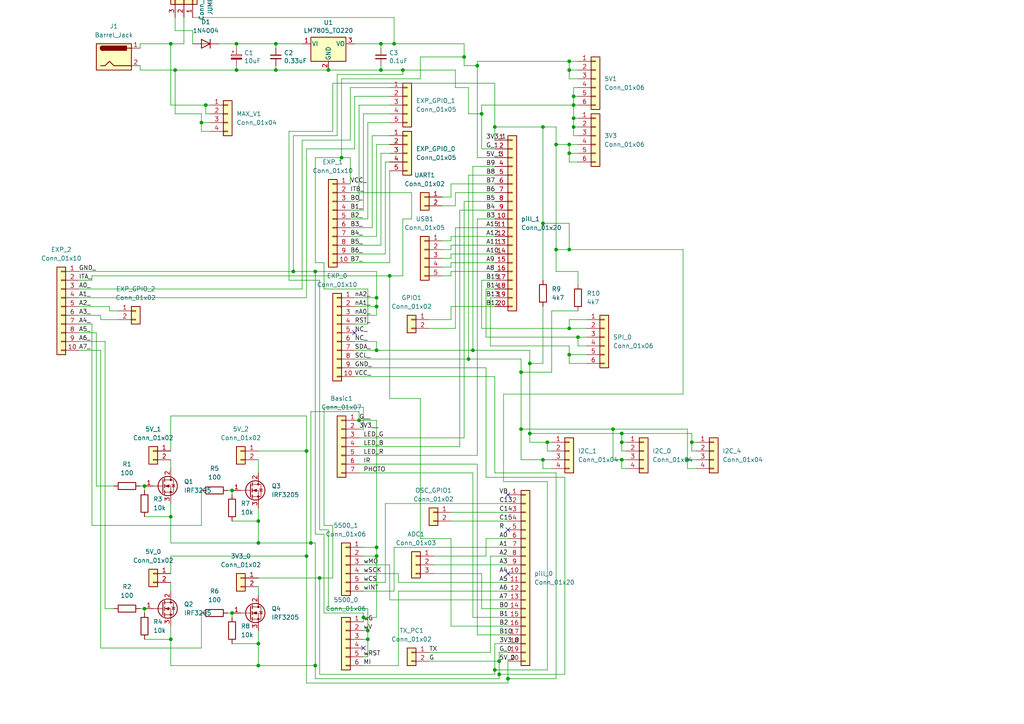
<source format=kicad_sch>
(kicad_sch (version 20211123) (generator eeschema)
  (paper "A4")
  (lib_symbols
    (symbol "Connector:Barrel_Jack" (pin_names (offset 1.016))
      (property "Reference" "J" (at 0 5.334 0))
      (property "Value" "Barrel_Jack" (at 0 -5.08 0))
      (symbol "Barrel_Jack_1_1"
        (pin passive line (at 7.62 2.54 180) (length 2.54) (name "~") (number "1"))
        (pin passive line (at 7.62 -2.54 180) (length 2.54) (name "~") (number "2"))
      )
    )
    (symbol "Connector_Generic:Conn_01x02" (pin_names (offset 1.016) hide)
      (property "Reference" "J" (at 0 2.54 0))
      (property "Value" "Conn_01x02" (at 0 -5.08 0))
      (symbol "Conn_01x02_1_1"
        (pin passive line (at -5.08 0 0) (length 3.81) (name "Pin_1") (number "1"))
        (pin passive line (at -5.08 -2.54 0) (length 3.81) (name "Pin_2") (number "2"))
      )
    )
    (symbol "Connector_Generic:Conn_01x03" (pin_names (offset 1.016) hide)
      (property "Reference" "J" (at 0 5.08 0))
      (property "Value" "Conn_01x03" (at 0 -5.08 0))
      (symbol "Conn_01x03_1_1"
        (pin passive line (at -5.08 2.54 0) (length 3.81) (name "Pin_1") (number "1"))
        (pin passive line (at -5.08 0 0) (length 3.81) (name "Pin_2") (number "2"))
        (pin passive line (at -5.08 -2.54 0) (length 3.81) (name "Pin_3") (number "3"))
      )
    )
    (symbol "Connector_Generic:Conn_01x04" (pin_names (offset 1.016) hide)
      (property "Reference" "J" (at 0 5.08 0))
      (property "Value" "Conn_01x04" (at 0 -7.62 0))
      (symbol "Conn_01x04_1_1"
        (pin passive line (at -5.08 2.54 0) (length 3.81) (name "Pin_1") (number "1"))
        (pin passive line (at -5.08 0 0) (length 3.81) (name "Pin_2") (number "2"))
        (pin passive line (at -5.08 -2.54 0) (length 3.81) (name "Pin_3") (number "3"))
        (pin passive line (at -5.08 -5.08 0) (length 3.81) (name "Pin_4") (number "4"))
      )
    )
    (symbol "Connector_Generic:Conn_01x05" (pin_names (offset 1.016) hide)
      (property "Reference" "J" (at 0 7.62 0))
      (property "Value" "Conn_01x05" (at 0 -7.62 0))
      (symbol "Conn_01x05_1_1"
        (pin passive line (at -5.08 5.08 0) (length 3.81) (name "Pin_1") (number "1"))
        (pin passive line (at -5.08 2.54 0) (length 3.81) (name "Pin_2") (number "2"))
        (pin passive line (at -5.08 0 0) (length 3.81) (name "Pin_3") (number "3"))
        (pin passive line (at -5.08 -2.54 0) (length 3.81) (name "Pin_4") (number "4"))
        (pin passive line (at -5.08 -5.08 0) (length 3.81) (name "Pin_5") (number "5"))
      )
    )
    (symbol "Connector_Generic:Conn_01x06" (pin_names (offset 1.016) hide)
      (property "Reference" "J" (at 0 7.62 0))
      (property "Value" "Conn_01x06" (at 0 -10.16 0))
      (symbol "Conn_01x06_1_1"
        (pin passive line (at -5.08 5.08 0) (length 3.81) (name "Pin_1") (number "1"))
        (pin passive line (at -5.08 2.54 0) (length 3.81) (name "Pin_2") (number "2"))
        (pin passive line (at -5.08 0 0) (length 3.81) (name "Pin_3") (number "3"))
        (pin passive line (at -5.08 -2.54 0) (length 3.81) (name "Pin_4") (number "4"))
        (pin passive line (at -5.08 -5.08 0) (length 3.81) (name "Pin_5") (number "5"))
        (pin passive line (at -5.08 -7.62 0) (length 3.81) (name "Pin_6") (number "6"))
      )
    )
    (symbol "Connector_Generic:Conn_01x07" (pin_names (offset 1.016) hide)
      (property "Reference" "J" (at 0 10.16 0))
      (property "Value" "Conn_01x07" (at 0 -10.16 0))
      (symbol "Conn_01x07_1_1"
        (pin passive line (at -5.08 7.62 0) (length 3.81) (name "Pin_1") (number "1"))
        (pin passive line (at -5.08 5.08 0) (length 3.81) (name "Pin_2") (number "2"))
        (pin passive line (at -5.08 2.54 0) (length 3.81) (name "Pin_3") (number "3"))
        (pin passive line (at -5.08 0 0) (length 3.81) (name "Pin_4") (number "4"))
        (pin passive line (at -5.08 -2.54 0) (length 3.81) (name "Pin_5") (number "5"))
        (pin passive line (at -5.08 -5.08 0) (length 3.81) (name "Pin_6") (number "6"))
        (pin passive line (at -5.08 -7.62 0) (length 3.81) (name "Pin_7") (number "7"))
      )
    )
    (symbol "Connector_Generic:Conn_01x10" (pin_names (offset 1.016) hide)
      (property "Reference" "J" (at 0 12.7 0))
      (property "Value" "Conn_01x10" (at 0 -15.24 0))
      (symbol "Conn_01x10_1_1"
        (pin passive line (at -5.08 10.16 0) (length 3.81) (name "Pin_1") (number "1"))
        (pin passive line (at -5.08 -12.7 0) (length 3.81) (name "Pin_10") (number "10"))
        (pin passive line (at -5.08 7.62 0) (length 3.81) (name "Pin_2") (number "2"))
        (pin passive line (at -5.08 5.08 0) (length 3.81) (name "Pin_3") (number "3"))
        (pin passive line (at -5.08 2.54 0) (length 3.81) (name "Pin_4") (number "4"))
        (pin passive line (at -5.08 0 0) (length 3.81) (name "Pin_5") (number "5"))
        (pin passive line (at -5.08 -2.54 0) (length 3.81) (name "Pin_6") (number "6"))
        (pin passive line (at -5.08 -5.08 0) (length 3.81) (name "Pin_7") (number "7"))
        (pin passive line (at -5.08 -7.62 0) (length 3.81) (name "Pin_8") (number "8"))
        (pin passive line (at -5.08 -10.16 0) (length 3.81) (name "Pin_9") (number "9"))
      )
    )
    (symbol "Connector_Generic:Conn_01x20" (pin_names (offset 1.016) hide)
      (property "Reference" "J" (at 0 25.4 0))
      (property "Value" "Conn_01x20" (at 0 -27.94 0))
      (symbol "Conn_01x20_1_1"
        (pin passive line (at -5.08 22.86 0) (length 3.81) (name "Pin_1") (number "1"))
        (pin passive line (at -5.08 0 0) (length 3.81) (name "Pin_10") (number "10"))
        (pin passive line (at -5.08 -2.54 0) (length 3.81) (name "Pin_11") (number "11"))
        (pin passive line (at -5.08 -5.08 0) (length 3.81) (name "Pin_12") (number "12"))
        (pin passive line (at -5.08 -7.62 0) (length 3.81) (name "Pin_13") (number "13"))
        (pin passive line (at -5.08 -10.16 0) (length 3.81) (name "Pin_14") (number "14"))
        (pin passive line (at -5.08 -12.7 0) (length 3.81) (name "Pin_15") (number "15"))
        (pin passive line (at -5.08 -15.24 0) (length 3.81) (name "Pin_16") (number "16"))
        (pin passive line (at -5.08 -17.78 0) (length 3.81) (name "Pin_17") (number "17"))
        (pin passive line (at -5.08 -20.32 0) (length 3.81) (name "Pin_18") (number "18"))
        (pin passive line (at -5.08 -22.86 0) (length 3.81) (name "Pin_19") (number "19"))
        (pin passive line (at -5.08 20.32 0) (length 3.81) (name "Pin_2") (number "2"))
        (pin passive line (at -5.08 -25.4 0) (length 3.81) (name "Pin_20") (number "20"))
        (pin passive line (at -5.08 17.78 0) (length 3.81) (name "Pin_3") (number "3"))
        (pin passive line (at -5.08 15.24 0) (length 3.81) (name "Pin_4") (number "4"))
        (pin passive line (at -5.08 12.7 0) (length 3.81) (name "Pin_5") (number "5"))
        (pin passive line (at -5.08 10.16 0) (length 3.81) (name "Pin_6") (number "6"))
        (pin passive line (at -5.08 7.62 0) (length 3.81) (name "Pin_7") (number "7"))
        (pin passive line (at -5.08 5.08 0) (length 3.81) (name "Pin_8") (number "8"))
        (pin passive line (at -5.08 2.54 0) (length 3.81) (name "Pin_9") (number "9"))
      )
    )
    (symbol "Device:CP_Small" (pin_numbers hide) (pin_names (offset 0.254) hide)
      (property "Reference" "C" (at 0.254 1.778 0))
      (property "Value" "Device_CP_Small" (at 0.254 -2.032 0))
      (symbol "CP_Small_1_1"
        (pin passive line (at 0 2.54 270) (length 1.8542) (name "~") (number "1"))
        (pin passive line (at 0 -2.54 90) (length 1.8542) (name "~") (number "2"))
      )
    )
    (symbol "Device:C_Small" (pin_numbers hide) (pin_names (offset 0.254) hide)
      (property "Reference" "C" (at 0.254 1.778 0))
      (property "Value" "C_Small" (at 0.254 -2.032 0))
      (symbol "C_Small_1_1"
        (pin passive line (at 0 2.54 270) (length 2.032) (name "~") (number "1"))
        (pin passive line (at 0 -2.54 90) (length 2.032) (name "~") (number "2"))
      )
    )
    (symbol "Device:R" (pin_numbers hide) (pin_names (offset 0))
      (property "Reference" "R" (at 2.032 0 90))
      (property "Value" "R" (at 0 0 90))
      (symbol "R_1_1"
        (pin passive line (at 0 3.81 270) (length 1.27) (name "~") (number "1"))
        (pin passive line (at 0 -3.81 90) (length 1.27) (name "~") (number "2"))
      )
    )
    (symbol "Diode:1N4004" (pin_numbers hide) (pin_names (offset 1.016) hide)
      (property "Reference" "D" (at 0 2.54 0))
      (property "Value" "1N4004" (at 0 -2.54 0))
      (symbol "1N4004_1_1"
        (pin passive line (at -3.81 0 0) (length 2.54) (name "K") (number "1"))
        (pin passive line (at 3.81 0 180) (length 2.54) (name "A") (number "2"))
      )
    )
    (symbol "Mechanical:MountingHole" (pin_names (offset 1.016))
      (property "Reference" "H" (at 0 5.08 0))
      (property "Value" "MountingHole" (at 0 3.175 0))
    )
    (symbol "Regulator_Linear:LM7805_TO220" (pin_names (offset 0.254))
      (property "Reference" "U" (at -3.81 3.175 0))
      (property "Value" "LM7805_TO220" (at 0 3.175 0))
      (symbol "LM7805_TO220_1_1"
        (pin power_in line (at -7.62 0 0) (length 2.54) (name "VI") (number "1"))
        (pin power_in line (at 0 -7.62 90) (length 2.54) (name "GND") (number "2"))
        (pin power_out line (at 7.62 0 180) (length 2.54) (name "VO") (number "3"))
      )
    )
    (symbol "Transistor_FET:IRF3205" (pin_names hide)
      (property "Reference" "Q" (at 6.35 1.905 0))
      (property "Value" "IRF3205" (at 6.35 0 0))
      (symbol "IRF3205_1_1"
        (pin input line (at -5.08 0 0) (length 2.54) (name "G") (number "1"))
        (pin passive line (at 2.54 5.08 270) (length 2.54) (name "D") (number "2"))
        (pin passive line (at 2.54 -5.08 90) (length 2.54) (name "S") (number "3"))
      )
    )
  )
  (junction (at 165.1 17.78))
  (junction (at 135.89 104.14))
  (junction (at 157.48 64.77))
  (junction (at 95.25 20.32))
  (junction (at 165.1 41.91))
  (junction (at 153.67 125.73))
  (junction (at 88.9 161.29))
  (junction (at 68.58 20.32))
  (junction (at 165.1 72.39))
  (junction (at 151.13 107.95))
  (junction (at 200.66 128.27))
  (junction (at 99.06 45.72))
  (junction (at 161.29 41.91))
  (junction (at 58.42 35.56))
  (junction (at 91.44 78.74))
  (junction (at 144.78 191.77))
  (junction (at 105.41 179.07))
  (junction (at 92.71 167.64))
  (junction (at 67.31 142.24))
  (junction (at 109.22 158.75))
  (junction (at 158.75 128.27))
  (junction (at 104.14 121.92))
  (junction (at 165.1 44.45))
  (junction (at 180.34 125.73))
  (junction (at 113.03 80.01))
  (junction (at 177.8 124.46))
  (junction (at 116.84 20.32))
  (junction (at 180.34 133.35))
  (junction (at 85.09 78.74))
  (junction (at 49.53 185.42))
  (junction (at 41.91 140.97))
  (junction (at 165.1 102.87))
  (junction (at 109.22 86.36))
  (junction (at 106.68 185.42))
  (junction (at 165.1 20.32))
  (junction (at 138.43 19.05))
  (junction (at 165.1 95.25))
  (junction (at 80.01 12.7))
  (junction (at 74.93 151.13))
  (junction (at 151.13 124.46))
  (junction (at 90.17 157.48))
  (junction (at 166.37 30.48))
  (junction (at 50.8 20.32))
  (junction (at 134.62 16.51))
  (junction (at 110.49 12.7))
  (junction (at 166.37 36.83))
  (junction (at 110.49 20.32))
  (junction (at 49.53 149.86))
  (junction (at 68.58 12.7))
  (junction (at 166.37 34.29))
  (junction (at 80.01 20.32))
  (junction (at 139.7 33.02))
  (junction (at 109.22 101.6))
  (junction (at 157.48 133.35))
  (junction (at 166.37 27.94))
  (junction (at 137.16 101.6))
  (junction (at 199.39 133.35))
  (junction (at 167.64 97.79))
  (junction (at 143.51 194.31))
  (junction (at 74.93 157.48))
  (junction (at 153.67 105.41))
  (junction (at 180.34 128.27))
  (junction (at 49.53 12.7))
  (junction (at 109.22 161.29))
  (junction (at 144.78 195.58))
  (junction (at 88.9 130.81))
  (junction (at 41.91 176.53))
  (junction (at 143.51 36.83))
  (junction (at 106.68 182.88))
  (junction (at 59.69 30.48))
  (junction (at 161.29 72.39))
  (junction (at 74.93 193.04))
  (junction (at 147.32 196.85))
  (junction (at 74.93 186.69))
  (junction (at 67.31 177.8))
  (junction (at 109.22 88.9))
  (junction (at 91.44 193.04))
  (junction (at 114.3 12.7))
  (junction (at 157.48 36.83))
  (no_connect (at 105.41 187.96))
  (no_connect (at 147.32 166.37))
  (no_connect (at 147.32 153.67))
  (no_connect (at 147.32 143.51))
  (no_connect (at 102.87 96.52))
  (wire (pts (xy 166.37 34.29) (xy 167.64 34.29)))
  (wire (pts (xy 140.97 138.43) (xy 140.97 106.68)))
  (wire (pts (xy 113.03 46.99) (xy 111.76 46.99)))
  (wire (pts (xy 144.78 196.85) (xy 91.44 196.85)))
  (wire (pts (xy 132.08 25.4) (xy 135.89 25.4)))
  (wire (pts (xy 167.64 78.74) (xy 161.29 78.74)))
  (wire (pts (xy 114.3 12.7) (xy 134.62 12.7)))
  (wire (pts (xy 147.32 156.21) (xy 140.97 156.21)))
  (wire (pts (xy 143.51 36.83) (xy 157.48 36.83)))
  (wire (pts (xy 166.37 25.4) (xy 167.64 25.4)))
  (wire (pts (xy 166.37 27.94) (xy 167.64 27.94)))
  (wire (pts (xy 41.91 140.97) (xy 41.91 142.24)))
  (wire (pts (xy 158.75 128.27) (xy 158.75 130.81)))
  (wire (pts (xy 180.34 125.73) (xy 180.34 128.27)))
  (wire (pts (xy 74.93 170.18) (xy 74.93 172.72)))
  (wire (pts (xy 167.64 82.55) (xy 167.64 78.74)))
  (wire (pts (xy 85.09 39.37) (xy 85.09 78.74)))
  (wire (pts (xy 165.1 64.77) (xy 157.48 64.77)))
  (wire (pts (xy 198.12 114.3) (xy 198.12 72.39)))
  (wire (pts (xy 97.79 21.59) (xy 97.79 39.37)))
  (wire (pts (xy 157.48 64.77) (xy 157.48 81.28)))
  (wire (pts (xy 105.41 171.45) (xy 114.3 171.45)))
  (wire (pts (xy 49.53 30.48) (xy 59.69 30.48)))
  (wire (pts (xy 143.51 186.69) (xy 143.51 194.31)))
  (wire (pts (xy 49.53 120.65) (xy 49.53 130.81)))
  (wire (pts (xy 121.92 156.21) (xy 130.81 156.21)))
  (wire (pts (xy 58.42 152.4) (xy 58.42 142.24)))
  (wire (pts (xy 91.44 154.94) (xy 93.98 154.94)))
  (wire (pts (xy 165.1 20.32) (xy 165.1 22.86)))
  (wire (pts (xy 199.39 124.46) (xy 199.39 133.35)))
  (wire (pts (xy 115.57 168.91) (xy 115.57 166.37)))
  (wire (pts (xy 158.75 139.7) (xy 146.05 139.7)))
  (wire (pts (xy 34.29 90.17) (xy 31.75 90.17)))
  (wire (pts (xy 113.03 39.37) (xy 107.95 39.37)))
  (wire (pts (xy 157.48 36.83) (xy 157.48 64.77)))
  (wire (pts (xy 177.8 133.35) (xy 180.34 133.35)))
  (wire (pts (xy 199.39 135.89) (xy 201.93 135.89)))
  (wire (pts (xy 147.32 179.07) (xy 137.16 179.07)))
  (wire (pts (xy 130.81 68.58) (xy 130.81 69.85)))
  (wire (pts (xy 91.44 78.74) (xy 109.22 78.74)))
  (wire (pts (xy 130.81 53.34) (xy 130.81 57.15)))
  (wire (pts (xy 147.32 176.53) (xy 139.7 176.53)))
  (wire (pts (xy 106.68 185.42) (xy 106.68 190.5)))
  (wire (pts (xy 109.22 68.58) (xy 101.6 68.58)))
  (wire (pts (xy 110.49 71.12) (xy 101.6 71.12)))
  (wire (pts (xy 157.48 133.35) (xy 160.02 133.35)))
  (wire (pts (xy 139.7 30.48) (xy 166.37 30.48)))
  (wire (pts (xy 66.04 177.8) (xy 67.31 177.8)))
  (wire (pts (xy 91.44 76.2) (xy 93.98 76.2)))
  (wire (pts (xy 91.44 196.85) (xy 91.44 193.04)))
  (wire (pts (xy 104.14 127) (xy 134.62 127)))
  (wire (pts (xy 160.02 90.17) (xy 160.02 107.95)))
  (wire (pts (xy 50.8 5.08) (xy 50.8 8.89)))
  (wire (pts (xy 121.92 22.86) (xy 99.06 22.86)))
  (wire (pts (xy 68.58 19.05) (xy 68.58 20.32)))
  (wire (pts (xy 143.51 53.34) (xy 130.81 53.34)))
  (wire (pts (xy 26.67 152.4) (xy 58.42 152.4)))
  (wire (pts (xy 95.25 176.53) (xy 106.68 176.53)))
  (wire (pts (xy 58.42 35.56) (xy 60.96 35.56)))
  (wire (pts (xy 110.49 20.32) (xy 110.49 19.05)))
  (wire (pts (xy 130.81 69.85) (xy 128.27 69.85)))
  (wire (pts (xy 50.8 33.02) (xy 58.42 33.02)))
  (wire (pts (xy 139.7 33.02) (xy 139.7 30.48)))
  (wire (pts (xy 22.86 86.36) (xy 88.9 86.36)))
  (wire (pts (xy 180.34 125.73) (xy 200.66 125.73)))
  (wire (pts (xy 144.78 189.23) (xy 147.32 189.23)))
  (wire (pts (xy 41.91 176.53) (xy 41.91 177.8)))
  (wire (pts (xy 96.52 152.4) (xy 93.98 152.4)))
  (wire (pts (xy 143.51 55.88) (xy 132.08 55.88)))
  (wire (pts (xy 153.67 101.6) (xy 153.67 105.41)))
  (wire (pts (xy 74.93 157.48) (xy 49.53 157.48)))
  (wire (pts (xy 105.41 179.07) (xy 109.22 179.07)))
  (wire (pts (xy 139.7 95.25) (xy 165.1 95.25)))
  (wire (pts (xy 88.9 130.81) (xy 88.9 161.29)))
  (wire (pts (xy 143.51 24.13) (xy 96.52 24.13)))
  (wire (pts (xy 166.37 30.48) (xy 166.37 27.94)))
  (wire (pts (xy 109.22 88.9) (xy 109.22 91.44)))
  (wire (pts (xy 116.84 80.01) (xy 116.84 63.5)))
  (wire (pts (xy 165.1 20.32) (xy 167.64 20.32)))
  (wire (pts (xy 88.9 43.18) (xy 88.9 86.36)))
  (wire (pts (xy 137.16 101.6) (xy 109.22 101.6)))
  (wire (pts (xy 143.51 78.74) (xy 130.81 78.74)))
  (wire (pts (xy 111.76 168.91) (xy 105.41 168.91)))
  (wire (pts (xy 143.51 68.58) (xy 130.81 68.58)))
  (wire (pts (xy 111.76 146.05) (xy 147.32 146.05)))
  (wire (pts (xy 200.66 130.81) (xy 201.93 130.81)))
  (wire (pts (xy 115.57 193.04) (xy 115.57 171.45)))
  (wire (pts (xy 74.93 130.81) (xy 88.9 130.81)))
  (wire (pts (xy 26.67 81.28) (xy 26.67 80.01)))
  (wire (pts (xy 29.21 101.6) (xy 29.21 187.96)))
  (wire (pts (xy 132.08 55.88) (xy 132.08 59.69)))
  (wire (pts (xy 165.1 105.41) (xy 170.18 105.41)))
  (wire (pts (xy 105.41 166.37) (xy 115.57 166.37)))
  (wire (pts (xy 113.03 33.02) (xy 105.41 33.02)))
  (wire (pts (xy 40.64 19.05) (xy 40.64 20.32)))
  (wire (pts (xy 157.48 36.83) (xy 161.29 36.83)))
  (wire (pts (xy 113.03 35.56) (xy 106.68 35.56)))
  (wire (pts (xy 166.37 34.29) (xy 166.37 36.83)))
  (wire (pts (xy 113.03 27.94) (xy 102.87 27.94)))
  (wire (pts (xy 137.16 48.26) (xy 137.16 101.6)))
  (wire (pts (xy 31.75 88.9) (xy 22.86 88.9)))
  (wire (pts (xy 125.73 163.83) (xy 147.32 163.83)))
  (wire (pts (xy 134.62 16.51) (xy 121.92 16.51)))
  (wire (pts (xy 200.66 125.73) (xy 200.66 128.27)))
  (wire (pts (xy 166.37 30.48) (xy 167.64 30.48)))
  (wire (pts (xy 142.24 100.33) (xy 142.24 86.36)))
  (wire (pts (xy 41.91 185.42) (xy 49.53 185.42)))
  (wire (pts (xy 90.17 157.48) (xy 74.93 157.48)))
  (wire (pts (xy 102.87 27.94) (xy 102.87 43.18)))
  (wire (pts (xy 132.08 20.32) (xy 132.08 25.4)))
  (wire (pts (xy 107.95 66.04) (xy 101.6 66.04)))
  (wire (pts (xy 88.9 130.81) (xy 88.9 120.65)))
  (wire (pts (xy 146.05 139.7) (xy 146.05 114.3)))
  (wire (pts (xy 143.51 195.58) (xy 92.71 195.58)))
  (wire (pts (xy 27.94 140.97) (xy 33.02 140.97)))
  (wire (pts (xy 200.66 128.27) (xy 201.93 128.27)))
  (wire (pts (xy 40.64 176.53) (xy 41.91 176.53)))
  (wire (pts (xy 165.1 72.39) (xy 165.1 64.77)))
  (wire (pts (xy 143.51 194.31) (xy 143.51 195.58)))
  (wire (pts (xy 102.87 93.98) (xy 106.68 93.98)))
  (wire (pts (xy 109.22 41.91) (xy 109.22 68.58)))
  (wire (pts (xy 91.44 193.04) (xy 91.44 157.48)))
  (wire (pts (xy 180.34 133.35) (xy 180.34 135.89)))
  (wire (pts (xy 153.67 128.27) (xy 158.75 128.27)))
  (wire (pts (xy 130.81 156.21) (xy 130.81 181.61)))
  (wire (pts (xy 74.93 186.69) (xy 74.93 193.04)))
  (wire (pts (xy 147.32 186.69) (xy 143.51 186.69)))
  (wire (pts (xy 106.68 35.56) (xy 106.68 63.5)))
  (wire (pts (xy 53.34 5.08) (xy 53.34 12.7)))
  (wire (pts (xy 165.1 17.78) (xy 165.1 20.32)))
  (wire (pts (xy 130.81 72.39) (xy 128.27 72.39)))
  (wire (pts (xy 130.81 71.12) (xy 130.81 72.39)))
  (wire (pts (xy 165.1 95.25) (xy 165.1 92.71)))
  (wire (pts (xy 58.42 187.96) (xy 58.42 177.8)))
  (wire (pts (xy 22.86 96.52) (xy 27.94 96.52)))
  (wire (pts (xy 138.43 45.72) (xy 143.51 45.72)))
  (wire (pts (xy 134.62 12.7) (xy 134.62 16.51)))
  (wire (pts (xy 144.78 189.23) (xy 144.78 191.77)))
  (wire (pts (xy 49.53 12.7) (xy 49.53 30.48)))
  (wire (pts (xy 111.76 46.99) (xy 111.76 73.66)))
  (wire (pts (xy 116.84 63.5) (xy 119.38 63.5)))
  (wire (pts (xy 22.86 81.28) (xy 26.67 81.28)))
  (wire (pts (xy 165.1 102.87) (xy 170.18 102.87)))
  (wire (pts (xy 180.34 128.27) (xy 180.34 130.81)))
  (wire (pts (xy 143.51 50.8) (xy 135.89 50.8)))
  (wire (pts (xy 105.41 60.96) (xy 101.6 60.96)))
  (wire (pts (xy 90.17 119.38) (xy 104.14 119.38)))
  (wire (pts (xy 68.58 12.7) (xy 68.58 13.97)))
  (wire (pts (xy 102.87 43.18) (xy 88.9 43.18)))
  (wire (pts (xy 138.43 63.5) (xy 138.43 132.08)))
  (wire (pts (xy 137.16 179.07) (xy 137.16 137.16)))
  (wire (pts (xy 132.08 59.69) (xy 128.27 59.69)))
  (wire (pts (xy 165.1 41.91) (xy 165.1 44.45)))
  (wire (pts (xy 91.44 157.48) (xy 90.17 157.48)))
  (wire (pts (xy 140.97 97.79) (xy 140.97 83.82)))
  (wire (pts (xy 67.31 177.8) (xy 67.31 179.07)))
  (wire (pts (xy 143.51 73.66) (xy 130.81 73.66)))
  (wire (pts (xy 135.89 50.8) (xy 135.89 104.14)))
  (wire (pts (xy 130.81 73.66) (xy 130.81 74.93)))
  (wire (pts (xy 109.22 78.74) (xy 109.22 86.36)))
  (wire (pts (xy 80.01 20.32) (xy 95.25 20.32)))
  (wire (pts (xy 180.34 133.35) (xy 181.61 133.35)))
  (wire (pts (xy 49.53 146.05) (xy 49.53 149.86)))
  (wire (pts (xy 105.41 193.04) (xy 115.57 193.04)))
  (wire (pts (xy 163.83 195.58) (xy 163.83 138.43)))
  (wire (pts (xy 110.49 20.32) (xy 116.84 20.32)))
  (wire (pts (xy 90.17 157.48) (xy 90.17 119.38)))
  (wire (pts (xy 22.86 101.6) (xy 29.21 101.6)))
  (wire (pts (xy 106.68 63.5) (xy 101.6 63.5)))
  (wire (pts (xy 30.48 176.53) (xy 33.02 176.53)))
  (wire (pts (xy 49.53 161.29) (xy 49.53 166.37)))
  (wire (pts (xy 165.1 72.39) (xy 161.29 72.39)))
  (wire (pts (xy 142.24 161.29) (xy 142.24 189.23)))
  (wire (pts (xy 50.8 8.89) (xy 55.88 8.89)))
  (wire (pts (xy 110.49 12.7) (xy 114.3 12.7)))
  (wire (pts (xy 95.25 20.32) (xy 110.49 20.32)))
  (wire (pts (xy 161.29 41.91) (xy 165.1 41.91)))
  (wire (pts (xy 27.94 96.52) (xy 27.94 140.97)))
  (wire (pts (xy 49.53 168.91) (xy 49.53 171.45)))
  (wire (pts (xy 139.7 81.28) (xy 139.7 95.25)))
  (wire (pts (xy 113.03 41.91) (xy 109.22 41.91)))
  (wire (pts (xy 102.87 99.06) (xy 109.22 99.06)))
  (wire (pts (xy 157.48 105.41) (xy 153.67 105.41)))
  (wire (pts (xy 105.41 185.42) (xy 106.68 185.42)))
  (wire (pts (xy 63.5 12.7) (xy 68.58 12.7)))
  (wire (pts (xy 180.34 130.81) (xy 181.61 130.81)))
  (wire (pts (xy 130.81 77.47) (xy 128.27 77.47)))
  (wire (pts (xy 109.22 161.29) (xy 109.22 158.75)))
  (wire (pts (xy 121.92 16.51) (xy 121.92 22.86)))
  (wire (pts (xy 144.78 195.58) (xy 144.78 196.85)))
  (wire (pts (xy 104.14 30.48) (xy 104.14 58.42)))
  (wire (pts (xy 105.41 177.8) (xy 105.41 179.07)))
  (wire (pts (xy 137.16 137.16) (xy 104.14 137.16)))
  (wire (pts (xy 59.69 30.48) (xy 59.69 33.02)))
  (wire (pts (xy 29.21 187.96) (xy 58.42 187.96)))
  (wire (pts (xy 105.41 33.02) (xy 105.41 60.96)))
  (wire (pts (xy 93.98 177.8) (xy 105.41 177.8)))
  (wire (pts (xy 58.42 35.56) (xy 58.42 38.1)))
  (wire (pts (xy 143.51 109.22) (xy 102.87 109.22)))
  (wire (pts (xy 153.67 105.41) (xy 153.67 125.73)))
  (wire (pts (xy 88.9 120.65) (xy 49.53 120.65)))
  (wire (pts (xy 140.97 161.29) (xy 125.73 161.29)))
  (wire (pts (xy 109.22 88.9) (xy 102.87 88.9)))
  (wire (pts (xy 135.89 104.14) (xy 151.13 104.14)))
  (wire (pts (xy 40.64 13.97) (xy 40.64 12.7)))
  (wire (pts (xy 40.64 12.7) (xy 49.53 12.7)))
  (wire (pts (xy 144.78 195.58) (xy 163.83 195.58)))
  (wire (pts (xy 140.97 97.79) (xy 167.64 97.79)))
  (wire (pts (xy 142.24 189.23) (xy 124.46 189.23)))
  (wire (pts (xy 105.41 118.11) (xy 105.41 124.46)))
  (wire (pts (xy 22.86 93.98) (xy 26.67 93.98)))
  (wire (pts (xy 97.79 39.37) (xy 85.09 39.37)))
  (wire (pts (xy 119.38 55.88) (xy 119.38 63.5)))
  (wire (pts (xy 147.32 191.77) (xy 147.32 196.85)))
  (wire (pts (xy 58.42 33.02) (xy 58.42 35.56)))
  (wire (pts (xy 116.84 21.59) (xy 97.79 21.59)))
  (wire (pts (xy 142.24 100.33) (xy 165.1 100.33)))
  (wire (pts (xy 130.81 74.93) (xy 128.27 74.93)))
  (wire (pts (xy 137.16 101.6) (xy 153.67 101.6)))
  (wire (pts (xy 102.87 86.36) (xy 109.22 86.36)))
  (wire (pts (xy 166.37 36.83) (xy 167.64 36.83)))
  (wire (pts (xy 130.81 78.74) (xy 130.81 80.01)))
  (wire (pts (xy 116.84 20.32) (xy 132.08 20.32)))
  (wire (pts (xy 130.81 88.9) (xy 130.81 92.71)))
  (wire (pts (xy 161.29 196.85) (xy 161.29 137.16)))
  (wire (pts (xy 130.81 151.13) (xy 147.32 151.13)))
  (wire (pts (xy 68.58 12.7) (xy 80.01 12.7)))
  (wire (pts (xy 134.62 19.05) (xy 138.43 19.05)))
  (wire (pts (xy 93.98 152.4) (xy 93.98 118.11)))
  (wire (pts (xy 66.04 142.24) (xy 67.31 142.24)))
  (wire (pts (xy 166.37 39.37) (xy 167.64 39.37)))
  (wire (pts (xy 22.86 99.06) (xy 30.48 99.06)))
  (wire (pts (xy 40.64 20.32) (xy 50.8 20.32)))
  (wire (pts (xy 166.37 36.83) (xy 166.37 39.37)))
  (wire (pts (xy 96.52 167.64) (xy 96.52 152.4)))
  (wire (pts (xy 99.06 45.72) (xy 91.44 45.72)))
  (wire (pts (xy 151.13 124.46) (xy 177.8 124.46)))
  (wire (pts (xy 114.3 5.08) (xy 114.3 12.7)))
  (wire (pts (xy 104.14 129.54) (xy 133.35 129.54)))
  (wire (pts (xy 109.22 101.6) (xy 102.87 101.6)))
  (wire (pts (xy 167.64 100.33) (xy 167.64 97.79)))
  (wire (pts (xy 163.83 138.43) (xy 140.97 138.43)))
  (wire (pts (xy 101.6 25.4) (xy 101.6 40.64)))
  (wire (pts (xy 26.67 80.01) (xy 113.03 80.01)))
  (wire (pts (xy 166.37 27.94) (xy 166.37 25.4)))
  (wire (pts (xy 124.46 191.77) (xy 144.78 191.77)))
  (wire (pts (xy 135.89 25.4) (xy 135.89 33.02)))
  (wire (pts (xy 114.3 158.75) (xy 147.32 158.75)))
  (wire (pts (xy 124.46 95.25) (xy 132.08 95.25)))
  (wire (pts (xy 199.39 133.35) (xy 201.93 133.35)))
  (wire (pts (xy 153.67 125.73) (xy 180.34 125.73)))
  (wire (pts (xy 106.68 182.88) (xy 105.41 182.88)))
  (wire (pts (xy 68.58 20.32) (xy 80.01 20.32)))
  (wire (pts (xy 106.68 182.88) (xy 106.68 185.42)))
  (wire (pts (xy 113.03 49.53) (xy 113.03 76.2)))
  (wire (pts (xy 134.62 16.51) (xy 134.62 19.05)))
  (wire (pts (xy 147.32 161.29) (xy 142.24 161.29)))
  (wire (pts (xy 143.51 71.12) (xy 130.81 71.12)))
  (wire (pts (xy 22.86 78.74) (xy 85.09 78.74)))
  (wire (pts (xy 147.32 173.99) (xy 113.03 173.99)))
  (wire (pts (xy 143.51 137.16) (xy 143.51 109.22)))
  (wire (pts (xy 105.41 161.29) (xy 109.22 161.29)))
  (wire (pts (xy 161.29 72.39) (xy 161.29 41.91)))
  (wire (pts (xy 113.03 76.2) (xy 101.6 76.2)))
  (wire (pts (xy 147.32 198.12) (xy 88.9 198.12)))
  (wire (pts (xy 151.13 124.46) (xy 151.13 133.35)))
  (wire (pts (xy 67.31 142.24) (xy 67.31 143.51)))
  (wire (pts (xy 49.53 133.35) (xy 49.53 135.89)))
  (wire (pts (xy 170.18 100.33) (xy 167.64 100.33)))
  (wire (pts (xy 106.68 176.53) (xy 106.68 182.88)))
  (wire (pts (xy 157.48 135.89) (xy 160.02 135.89)))
  (wire (pts (xy 113.03 80.01) (xy 116.84 80.01)))
  (wire (pts (xy 93.98 76.2) (xy 93.98 83.82)))
  (wire (pts (xy 165.1 44.45) (xy 167.64 44.45)))
  (wire (pts (xy 140.97 156.21) (xy 140.97 161.29)))
  (wire (pts (xy 147.32 196.85) (xy 161.29 196.85)))
  (wire (pts (xy 113.03 173.99) (xy 113.03 163.83)))
  (wire (pts (xy 147.32 168.91) (xy 115.57 168.91)))
  (wire (pts (xy 130.81 181.61) (xy 147.32 181.61)))
  (wire (pts (xy 59.69 33.02) (xy 60.96 33.02)))
  (wire (pts (xy 158.75 130.81) (xy 160.02 130.81)))
  (wire (pts (xy 130.81 76.2) (xy 130.81 77.47)))
  (wire (pts (xy 80.01 19.05) (xy 80.01 20.32)))
  (wire (pts (xy 102.87 106.68) (xy 140.97 106.68)))
  (wire (pts (xy 74.93 151.13) (xy 74.93 157.48)))
  (wire (pts (xy 96.52 24.13) (xy 96.52 38.1)))
  (wire (pts (xy 110.49 44.45) (xy 110.49 71.12)))
  (wire (pts (xy 165.1 46.99) (xy 167.64 46.99)))
  (wire (pts (xy 143.51 81.28) (xy 139.7 81.28)))
  (wire (pts (xy 130.81 148.59) (xy 147.32 148.59)))
  (wire (pts (xy 135.89 33.02) (xy 139.7 33.02)))
  (wire (pts (xy 180.34 135.89) (xy 181.61 135.89)))
  (wire (pts (xy 40.64 140.97) (xy 41.91 140.97)))
  (wire (pts (xy 157.48 133.35) (xy 157.48 135.89)))
  (wire (pts (xy 109.22 158.75) (xy 105.41 158.75)))
  (wire (pts (xy 130.81 80.01) (xy 128.27 80.01)))
  (wire (pts (xy 91.44 45.72) (xy 91.44 76.2)))
  (wire (pts (xy 93.98 154.94) (xy 93.98 177.8)))
  (wire (pts (xy 85.09 78.74) (xy 91.44 78.74)))
  (wire (pts (xy 29.21 91.44) (xy 29.21 92.71)))
  (wire (pts (xy 160.02 107.95) (xy 151.13 107.95)))
  (wire (pts (xy 109.22 86.36) (xy 109.22 88.9)))
  (wire (pts (xy 198.12 72.39) (xy 165.1 72.39)))
  (wire (pts (xy 74.93 193.04) (xy 49.53 193.04)))
  (wire (pts (xy 104.14 132.08) (xy 138.43 132.08)))
  (wire (pts (xy 113.03 80.01) (xy 113.03 115.57)))
  (wire (pts (xy 99.06 45.72) (xy 101.6 45.72)))
  (wire (pts (xy 151.13 104.14) (xy 151.13 107.95)))
  (wire (pts (xy 87.63 40.64) (xy 87.63 83.82)))
  (wire (pts (xy 167.64 17.78) (xy 165.1 17.78)))
  (wire (pts (xy 74.93 133.35) (xy 74.93 137.16)))
  (wire (pts (xy 121.92 115.57) (xy 121.92 156.21)))
  (wire (pts (xy 74.93 167.64) (xy 92.71 167.64)))
  (wire (pts (xy 59.69 30.48) (xy 60.96 30.48)))
  (wire (pts (xy 109.22 179.07) (xy 109.22 161.29)))
  (wire (pts (xy 113.03 44.45) (xy 110.49 44.45)))
  (wire (pts (xy 30.48 99.06) (xy 30.48 176.53)))
  (wire (pts (xy 58.42 38.1) (xy 60.96 38.1)))
  (wire (pts (xy 151.13 133.35) (xy 157.48 133.35)))
  (wire (pts (xy 143.51 194.31) (xy 158.75 194.31)))
  (wire (pts (xy 74.93 182.88) (xy 74.93 186.69)))
  (wire (pts (xy 153.67 125.73) (xy 153.67 128.27)))
  (wire (pts (xy 132.08 66.04) (xy 143.51 66.04)))
  (wire (pts (xy 83.82 81.28) (xy 92.71 81.28)))
  (wire (pts (xy 109.22 158.75) (xy 109.22 121.92)))
  (wire (pts (xy 200.66 128.27) (xy 200.66 130.81)))
  (wire (pts (xy 111.76 146.05) (xy 111.76 168.91)))
  (wire (pts (xy 165.1 17.78) (xy 138.43 17.78)))
  (wire (pts (xy 105.41 179.07) (xy 105.41 180.34)))
  (wire (pts (xy 138.43 134.62) (xy 104.14 134.62)))
  (wire (pts (xy 95.25 153.67) (xy 95.25 176.53)))
  (wire (pts (xy 167.64 97.79) (xy 170.18 97.79)))
  (wire (pts (xy 139.7 166.37) (xy 125.73 166.37)))
  (wire (pts (xy 161.29 36.83) (xy 161.29 41.91)))
  (wire (pts (xy 93.98 83.82) (xy 106.68 83.82)))
  (wire (pts (xy 147.32 184.15) (xy 138.43 184.15)))
  (wire (pts (xy 88.9 161.29) (xy 88.9 198.12)))
  (wire (pts (xy 157.48 88.9) (xy 157.48 105.41)))
  (wire (pts (xy 161.29 78.74) (xy 161.29 72.39)))
  (wire (pts (xy 114.3 158.75) (xy 114.3 171.45)))
  (wire (pts (xy 31.75 90.17) (xy 31.75 88.9)))
  (wire (pts (xy 158.75 128.27) (xy 160.02 128.27)))
  (wire (pts (xy 55.88 5.08) (xy 114.3 5.08)))
  (wire (pts (xy 83.82 38.1) (xy 83.82 81.28)))
  (wire (pts (xy 165.1 102.87) (xy 165.1 105.41)))
  (wire (pts (xy 135.89 104.14) (xy 102.87 104.14)))
  (wire (pts (xy 109.22 91.44) (xy 102.87 91.44)))
  (wire (pts (xy 74.93 147.32) (xy 74.93 151.13)))
  (wire (pts (xy 74.93 193.04) (xy 91.44 193.04)))
  (wire (pts (xy 142.24 86.36) (xy 143.51 86.36)))
  (wire (pts (xy 138.43 19.05) (xy 138.43 45.72)))
  (wire (pts (xy 92.71 167.64) (xy 96.52 167.64)))
  (wire (pts (xy 102.87 12.7) (xy 110.49 12.7)))
  (wire (pts (xy 22.86 83.82) (xy 87.63 83.82)))
  (wire (pts (xy 92.71 195.58) (xy 92.71 167.64)))
  (wire (pts (xy 180.34 128.27) (xy 181.61 128.27)))
  (wire (pts (xy 133.35 60.96) (xy 133.35 129.54)))
  (wire (pts (xy 104.14 119.38) (xy 104.14 121.92)))
  (wire (pts (xy 165.1 22.86) (xy 167.64 22.86)))
  (wire (pts (xy 132.08 95.25) (xy 132.08 66.04)))
  (wire (pts (xy 143.51 76.2) (xy 130.81 76.2)))
  (wire (pts (xy 166.37 30.48) (xy 166.37 34.29)))
  (wire (pts (xy 143.51 40.64) (xy 143.51 36.83)))
  (wire (pts (xy 80.01 13.97) (xy 80.01 12.7)))
  (wire (pts (xy 80.01 12.7) (xy 87.63 12.7)))
  (wire (pts (xy 143.51 58.42) (xy 134.62 58.42)))
  (wire (pts (xy 143.51 36.83) (xy 143.51 24.13)))
  (wire (pts (xy 165.1 44.45) (xy 165.1 46.99)))
  (wire (pts (xy 93.98 118.11) (xy 105.41 118.11)))
  (wire (pts (xy 22.86 91.44) (xy 29.21 91.44)))
  (wire (pts (xy 143.51 88.9) (xy 130.81 88.9)))
  (wire (pts (xy 158.75 194.31) (xy 158.75 139.7)))
  (wire (pts (xy 113.03 30.48) (xy 104.14 30.48)))
  (wire (pts (xy 143.51 43.18) (xy 139.7 43.18)))
  (wire (pts (xy 177.8 124.46) (xy 199.39 124.46)))
  (wire (pts (xy 165.1 95.25) (xy 170.18 95.25)))
  (wire (pts (xy 49.53 12.7) (xy 53.34 12.7)))
  (wire (pts (xy 41.91 149.86) (xy 49.53 149.86)))
  (wire (pts (xy 109.22 121.92) (xy 104.14 121.92)))
  (wire (pts (xy 106.68 83.82) (xy 106.68 93.98)))
  (wire (pts (xy 110.49 12.7) (xy 110.49 13.97)))
  (wire (pts (xy 26.67 93.98) (xy 26.67 152.4)))
  (wire (pts (xy 143.51 48.26) (xy 137.16 48.26)))
  (wire (pts (xy 143.51 63.5) (xy 138.43 63.5)))
  (wire (pts (xy 92.71 153.67) (xy 95.25 153.67)))
  (wire (pts (xy 134.62 58.42) (xy 134.62 127)))
  (wire (pts (xy 199.39 133.35) (xy 199.39 135.89)))
  (wire (pts (xy 104.14 58.42) (xy 101.6 58.42)))
  (wire (pts (xy 138.43 184.15) (xy 138.43 134.62)))
  (wire (pts (xy 96.52 38.1) (xy 83.82 38.1)))
  (wire (pts (xy 138.43 17.78) (xy 138.43 19.05)))
  (wire (pts (xy 101.6 45.72) (xy 101.6 53.34)))
  (wire (pts (xy 113.03 163.83) (xy 105.41 163.83)))
  (wire (pts (xy 88.9 161.29) (xy 49.53 161.29)))
  (wire (pts (xy 147.32 196.85) (xy 147.32 198.12)))
  (wire (pts (xy 130.81 92.71) (xy 124.46 92.71)))
  (wire (pts (xy 101.6 40.64) (xy 87.63 40.64)))
  (wire (pts (xy 130.81 57.15) (xy 128.27 57.15)))
  (wire (pts (xy 144.78 191.77) (xy 144.78 195.58)))
  (wire (pts (xy 67.31 151.13) (xy 74.93 151.13)))
  (wire (pts (xy 50.8 20.32) (xy 68.58 20.32)))
  (wire (pts (xy 113.03 25.4) (xy 101.6 25.4)))
  (wire (pts (xy 49.53 181.61) (xy 49.53 185.42)))
  (wire (pts (xy 167.64 90.17) (xy 160.02 90.17)))
  (wire (pts (xy 109.22 99.06) (xy 109.22 101.6)))
  (wire (pts (xy 55.88 8.89) (xy 55.88 12.7)))
  (wire (pts (xy 177.8 124.46) (xy 177.8 133.35)))
  (wire (pts (xy 139.7 176.53) (xy 139.7 166.37)))
  (wire (pts (xy 165.1 41.91) (xy 167.64 41.91)))
  (wire (pts (xy 49.53 149.86) (xy 49.53 157.48)))
  (wire (pts (xy 165.1 92.71) (xy 170.18 92.71)))
  (wire (pts (xy 67.31 186.69) (xy 74.93 186.69)))
  (wire (pts (xy 140.97 83.82) (xy 143.51 83.82)))
  (wire (pts (xy 151.13 107.95) (xy 151.13 124.46)))
  (wire (pts (xy 92.71 81.28) (xy 92.71 153.67)))
  (wire (pts (xy 49.53 185.42) (xy 49.53 193.04)))
  (wire (pts (xy 50.8 20.32) (xy 50.8 33.02)))
  (wire (pts (xy 29.21 92.71) (xy 34.29 92.71)))
  (wire (pts (xy 99.06 22.86) (xy 99.06 45.72)))
  (wire (pts (xy 165.1 100.33) (xy 165.1 102.87)))
  (wire (pts (xy 107.95 39.37) (xy 107.95 66.04)))
  (wire (pts (xy 111.76 73.66) (xy 101.6 73.66)))
  (wire (pts (xy 143.51 60.96) (xy 133.35 60.96)))
  (wire (pts (xy 104.14 124.46) (xy 105.41 124.46)))
  (wire (pts (xy 91.44 78.74) (xy 91.44 154.94)))
  (wire (pts (xy 139.7 43.18) (xy 139.7 33.02)))
  (wire (pts (xy 146.05 114.3) (xy 198.12 114.3)))
  (wire (pts (xy 113.03 115.57) (xy 121.92 115.57)))
  (wire (pts (xy 101.6 55.88) (xy 119.38 55.88)))
  (wire (pts (xy 115.57 171.45) (xy 147.32 171.45)))
  (wire (pts (xy 116.84 20.32) (xy 116.84 21.59)))
  (wire (pts (xy 106.68 190.5) (xy 105.41 190.5)))
  (wire (pts (xy 161.29 137.16) (xy 143.51 137.16)))
  (label "C14" (at 144.78 148.59 0))
  (label "A0" (at 144.78 156.21 0))
  (label "B9" (at 140.97 48.26 0))
  (label "A4_" (at 22.86 93.98 0))
  (label "G_1" (at 140.97 43.18 0))
  (label "B6_" (at 101.6 73.66 0))
  (label "B3_" (at 101.6 66.04 0))
  (label "MI" (at 105.41 193.04 0))
  (label "B15" (at 140.97 81.28 0))
  (label "A10" (at 140.97 73.66 0))
  (label "G" (at 124.46 191.77 0))
  (label "wCS" (at 105.41 168.91 0))
  (label "A3_" (at 22.86 91.44 0))
  (label "RST_" (at 102.87 93.98 0))
  (label "B14" (at 140.97 83.82 0))
  (label "LED_B" (at 105.41 129.54 0))
  (label "wSCK" (at 105.41 166.37 0))
  (label "wG" (at 105.41 180.34 0))
  (label "B1_" (at 101.6 60.96 0))
  (label "LED_R" (at 105.41 132.08 0))
  (label "NC_" (at 102.87 96.52 0))
  (label "SDA_" (at 102.87 101.6 0))
  (label "A2" (at 144.78 161.29 0))
  (label "nA2_" (at 102.87 86.36 0))
  (label "VCC_" (at 101.6 53.34 0))
  (label "ITB_" (at 101.6 55.88 0))
  (label "3V3__" (at 104.14 124.46 0))
  (label "wMO" (at 105.41 163.83 0))
  (label "C15" (at 144.78 151.13 0))
  (label "B6" (at 140.97 55.88 0))
  (label "3V3_0" (at 144.78 186.69 0))
  (label "nA1_" (at 102.87 88.9 0))
  (label "wRST" (at 105.41 190.5 0))
  (label "B2" (at 144.78 181.61 0))
  (label "GND_" (at 22.86 78.74 0))
  (label "B0" (at 144.78 176.53 0))
  (label "A4" (at 144.78 166.37 0))
  (label "B13" (at 140.97 86.36 0))
  (label "VCC_" (at 102.87 109.22 0))
  (label "wINT" (at 105.41 171.45 0))
  (label "B12" (at 140.97 88.9 0))
  (label "G_0" (at 144.78 189.23 0))
  (label "A6" (at 144.78 171.45 0))
  (label "B2_" (at 101.6 63.5 0))
  (label "B8" (at 140.97 50.8 0))
  (label "A2_" (at 22.86 88.9 0))
  (label "wV" (at 105.41 182.88 0))
  (label "SCL_" (at 102.87 104.14 0))
  (label "A8" (at 140.97 78.74 0))
  (label "A3" (at 144.78 163.83 0))
  (label "A12" (at 140.97 68.58 0))
  (label "5V_1" (at 140.97 45.72 0))
  (label "B10" (at 144.78 184.15 0))
  (label "A1" (at 144.78 158.75 0))
  (label "B1" (at 144.78 179.07 0))
  (label "TX" (at 124.46 189.23 0))
  (label "B0_" (at 101.6 58.42 0))
  (label "A9" (at 140.97 76.2 0))
  (label "A5" (at 144.78 168.91 0))
  (label "A6_" (at 22.86 99.06 0))
  (label "IR" (at 105.41 134.62 0))
  (label "PHOTO" (at 105.41 137.16 0))
  (label "A15" (at 140.97 66.04 0))
  (label "R" (at 144.78 153.67 0))
  (label "B7_" (at 101.6 76.2 0))
  (label "A0_" (at 22.86 83.82 0))
  (label "GND_" (at 102.87 106.68 0))
  (label "A7_" (at 22.86 101.6 0))
  (label "NC_" (at 102.87 99.06 0))
  (label "ITA_" (at 22.86 81.28 0))
  (label "A5_" (at 22.86 96.52 0))
  (label "B5" (at 140.97 58.42 0))
  (label "LED_G" (at 105.41 127 0))
  (label "C13" (at 144.78 146.05 0))
  (label "A1_" (at 22.86 86.36 0))
  (label "G__" (at 104.14 121.92 0))
  (label "B3" (at 140.97 63.5 0))
  (label "B5_" (at 101.6 71.12 0))
  (label "B4" (at 140.97 60.96 0))
  (label "5V_0" (at 144.78 191.77 0))
  (label "B7" (at 140.97 53.34 0))
  (label "3V3_1" (at 140.97 40.64 0))
  (label "nA0_" (at 102.87 91.44 0))
  (label "B4_" (at 101.6 68.58 0))
  (label "A7" (at 144.78 173.99 0))
  (label "VB" (at 144.78 143.51 0))
  (label "A11" (at 140.97 71.12 0))
  (symbol (lib_id "Connector_Generic:Conn_01x02") (at 69.85 130.81 0) (mirror y) (unit 1)
    (property "Reference" "5V_2" (at 69.85 124.46 0))
    (property "Value" "Conn_01x02" (at 69.85 127 0))
    (property "Footprint" "Connector_PinHeader_2.54mm:PinHeader_1x02_P2.54mm_Vertical" (effects hide))
  )
  (symbol (lib_id "Connector_Generic:Conn_01x02") (at 44.45 130.81 0) (mirror y) (unit 1)
    (property "Reference" "5V_1" (at 44.45 124.46 0))
    (property "Value" "Conn_01x02" (at 44.45 127 0))
    (property "Footprint" "Connector_PinHeader_2.54mm:PinHeader_1x02_P2.54mm_Vertical" (effects hide))
  )
  (symbol (lib_id "Device:C_Small") (at 80.01 16.51 0) (unit 1)
    (property "Reference" "C2" (at 82.3468 15.3416 0) (effects (justify left)))
    (property "Value" "0.33uF" (at 82.3468 17.653 0) (effects (justify left)))
    (property "Footprint" "Capacitor_THT:CP_Radial_Tantal_D4.5mm_P5.00mm" (effects hide))
  )
  (symbol (lib_id "Connector_Generic:Conn_01x06") (at 100.33 185.42 0) (mirror y) (unit 1)
    (property "Reference" "5500_0" (at 100.33 173.99 0))
    (property "Value" "Conn_01x06" (at 100.33 176.53 0))
    (property "Footprint" "Connector_PinHeader_2.54mm:PinHeader_1x06_P2.54mm_Vertical" (effects hide))
  )
  (symbol (lib_id "Transistor_FET:IRF3205") (at 72.39 142.24 0) (unit 1)
    (property "Reference" "Q3" (at 78.74 140.9699 0) (effects (justify left)))
    (property "Value" "IRF3205" (at 78.74 143.5099 0) (effects (justify left)))
    (property "Footprint" "Package_TO_SOT_THT:TO-220-3_Vertical" (effects hide))
    (property "Datasheet" "http://www.irf.com/product-info/datasheets/data/irf3205.pdf" (effects hide))
  )
  (symbol (lib_id "Connector_Generic:Conn_01x07") (at 99.06 129.54 0) (mirror y) (unit 1)
    (property "Reference" "Basic1" (at 99.06 115.57 0))
    (property "Value" "Conn_01x07" (at 99.06 118.11 0))
    (property "Footprint" "Connector_PinHeader_2.54mm:PinHeader_1x07_P2.54mm_Vertical" (effects hide))
  )
  (symbol (lib_id "Device:C_Small") (at 110.49 16.51 0) (unit 1)
    (property "Reference" "C3" (at 112.8268 15.3416 0) (effects (justify left)))
    (property "Value" "0.1uF" (at 112.8268 17.653 0) (effects (justify left)))
    (property "Footprint" "Capacitor_THT:CP_Radial_Tantal_D4.5mm_P5.00mm" (effects hide))
  )
  (symbol (lib_id "Connector_Generic:Conn_01x04") (at 186.69 130.81 0) (unit 1)
    (property "Reference" "I2C_0" (at 189.23 130.8099 0) (effects (justify left)))
    (property "Value" "Conn_01x04" (at 189.23 133.3499 0) (effects (justify left)))
    (property "Footprint" "Connector_PinHeader_2.54mm:PinHeader_1x04_P2.54mm_Vertical" (effects hide))
  )
  (symbol (lib_id "Connector:Barrel_Jack") (at 33.02 16.51 0) (unit 1)
    (property "Reference" "J1" (at 33.02 7.62 0))
    (property "Value" "Barrel_Jack" (at 33.02 10.16 0))
    (property "Footprint" "Connector_BarrelJack:BarrelJack_Horizontal" (effects hide))
  )
  (symbol (lib_id "Connector_Generic:Conn_01x10") (at 96.52 63.5 0) (mirror y) (unit 1)
    (property "Reference" "EXP_1" (at 96.52 46.99 0))
    (property "Value" "Conn_01x10" (at 96.52 49.53 0))
    (property "Footprint" "Connector_PinHeader_2.54mm:PinHeader_1x10_P2.54mm_Vertical" (effects hide))
  )
  (symbol (lib_id "Mechanical:MountingHole") (at -20.32 109.22 0) (unit 1)
    (property "Reference" "H3" (at -17.78 107.9499 0) (effects (justify left)))
    (property "Value" "MountingHole" (at -17.78 110.4899 0) (effects (justify left)))
    (property "Footprint" "MountingHole:MountingHole_2.5mm_Pad" (effects hide))
  )
  (symbol (lib_id "Mechanical:MountingHole") (at -20.32 116.84 0) (unit 1)
    (property "Reference" "H4" (at -17.78 115.5699 0) (effects (justify left)))
    (property "Value" "MountingHole" (at -17.78 118.1099 0) (effects (justify left)))
    (property "Footprint" "MountingHole:MountingHole_2.5mm_Pad" (effects hide))
  )
  (symbol (lib_id "Mechanical:MountingHole") (at -20.32 93.98 0) (unit 1)
    (property "Reference" "H1" (at -17.78 92.7099 0) (effects (justify left)))
    (property "Value" "MountingHole" (at -17.78 95.2499 0) (effects (justify left)))
    (property "Footprint" "MountingHole:MountingHole_2.5mm_Pad" (effects hide))
  )
  (symbol (lib_id "Connector_Generic:Conn_01x03") (at 120.65 163.83 0) (mirror y) (unit 1)
    (property "Reference" "ADC1" (at 120.65 154.94 0))
    (property "Value" "Conn_01x03" (at 120.65 157.48 0))
    (property "Footprint" "Connector_PinHeader_2.54mm:PinHeader_1x03_P2.54mm_Vertical" (effects hide))
  )
  (symbol (lib_id "Connector_Generic:Conn_01x02") (at 69.85 167.64 0) (mirror y) (unit 1)
    (property "Reference" "3V3_0" (at 69.85 161.29 0))
    (property "Value" "Conn_01x02" (at 69.85 163.83 0))
    (property "Footprint" "Connector_PinHeader_2.54mm:PinHeader_1x02_P2.54mm_Vertical" (effects hide))
  )
  (symbol (lib_id "Connector_Generic:Conn_01x05") (at 118.11 30.48 0) (unit 1)
    (property "Reference" "EXP_GPIO_1" (at 120.65 29.2099 0) (effects (justify left)))
    (property "Value" "Conn_01x05" (at 120.65 31.7499 0) (effects (justify left)))
    (property "Footprint" "Connector_PinHeader_2.54mm:PinHeader_1x05_P2.54mm_Vertical" (effects hide))
  )
  (symbol (lib_id "Connector_Generic:Conn_01x04") (at 66.04 33.02 0) (unit 1)
    (property "Reference" "MAX_V1" (at 68.58 33.0199 0) (effects (justify left)))
    (property "Value" "Conn_01x04" (at 68.58 35.5599 0) (effects (justify left)))
    (property "Footprint" "Connector_PinHeader_2.54mm:PinHeader_1x04_P2.54mm_Vertical" (effects hide))
  )
  (symbol (lib_id "Connector_Generic:Conn_01x06") (at 100.33 163.83 0) (mirror y) (unit 1)
    (property "Reference" "5500_1" (at 100.33 152.4 0))
    (property "Value" "Conn_01x06" (at 100.33 154.94 0))
    (property "Footprint" "Connector_PinHeader_2.54mm:PinHeader_1x06_P2.54mm_Vertical" (effects hide))
  )
  (symbol (lib_id "Connector_Generic:Conn_01x02") (at 123.19 57.15 0) (mirror y) (unit 1)
    (property "Reference" "UART1" (at 123.19 50.8 0))
    (property "Value" "Conn_01x02" (at 123.19 53.34 0))
    (property "Footprint" "Connector_PinHeader_2.54mm:PinHeader_1x02_P2.54mm_Vertical" (effects hide))
  )
  (symbol (lib_id "Connector_Generic:Conn_01x02") (at 44.45 166.37 0) (mirror y) (unit 1)
    (property "Reference" "5V_0" (at 44.45 160.02 0))
    (property "Value" "Conn_01x02" (at 44.45 162.56 0))
    (property "Footprint" "Connector_PinHeader_2.54mm:PinHeader_1x02_P2.54mm_Vertical" (effects hide))
  )
  (symbol (lib_id "Connector_Generic:Conn_01x02") (at 39.37 90.17 0) (unit 1)
    (property "Reference" "EXP_GPIO_2" (at 39.37 83.82 0))
    (property "Value" "Conn_01x02" (at 39.37 86.36 0))
    (property "Footprint" "Connector_PinHeader_2.54mm:PinHeader_1x02_P2.54mm_Vertical" (effects hide))
  )
  (symbol (lib_id "Connector_Generic:Conn_01x10") (at 17.78 88.9 0) (mirror y) (unit 1)
    (property "Reference" "EXP_2" (at 17.78 72.39 0))
    (property "Value" "Conn_01x10" (at 17.78 74.93 0))
    (property "Footprint" "Connector_PinHeader_2.54mm:PinHeader_1x10_P2.54mm_Vertical" (effects hide))
  )
  (symbol (lib_id "Device:R") (at 41.91 181.61 0) (unit 1)
    (property "Reference" "R4" (at 44.45 180.3399 0) (effects (justify left)))
    (property "Value" "10k" (at 44.45 182.8799 0) (effects (justify left)))
    (property "Footprint" "Resistor_THT:R_Axial_DIN0207_L6.3mm_D2.5mm_P10.16mm_Horizontal" (effects hide))
  )
  (symbol (lib_id "Diode:1N4004") (at 59.69 12.7 0) (mirror y) (unit 1)
    (property "Reference" "D1" (at 59.69 6.35 0))
    (property "Value" "1N4004" (at 59.69 8.89 0))
    (property "Footprint" "Diode_THT:D_DO-41_SOD81_P10.16mm_Horizontal" (effects hide))
    (property "Datasheet" "http://www.vishay.com/docs/88503/1n4001.pdf" (effects hide))
  )
  (symbol (lib_id "Device:R") (at 36.83 176.53 270) (unit 1)
    (property "Reference" "R2" (at 36.83 170.18 90))
    (property "Value" "100" (at 36.83 172.72 90))
    (property "Footprint" "Resistor_THT:R_Axial_DIN0207_L6.3mm_D2.5mm_P10.16mm_Horizontal" (effects hide))
  )
  (symbol (lib_id "Connector_Generic:Conn_01x06") (at 172.72 39.37 0) (unit 1)
    (property "Reference" "3V3" (at 175.26 39.3699 0) (effects (justify left)))
    (property "Value" "Conn_01x06" (at 175.26 41.9099 0) (effects (justify left)))
    (property "Footprint" "Connector_PinHeader_2.54mm:PinHeader_1x06_P2.54mm_Vertical" (effects hide))
  )
  (symbol (lib_id "Device:R") (at 36.83 140.97 270) (unit 1)
    (property "Reference" "R1" (at 36.83 134.62 90))
    (property "Value" "100" (at 36.83 137.16 90))
    (property "Footprint" "Resistor_THT:R_Axial_DIN0207_L6.3mm_D2.5mm_P10.16mm_Horizontal" (effects hide))
  )
  (symbol (lib_id "Connector_Generic:Conn_01x05") (at 123.19 74.93 0) (mirror y) (unit 1)
    (property "Reference" "USB1" (at 123.19 63.5 0))
    (property "Value" "Conn_01x05" (at 123.19 66.04 0))
    (property "Footprint" "Connector_PinHeader_2.54mm:PinHeader_1x05_P2.54mm_Vertical" (effects hide))
  )
  (symbol (lib_id "Device:R") (at 62.23 177.8 270) (unit 1)
    (property "Reference" "R6" (at 62.23 171.45 90))
    (property "Value" "100" (at 62.23 173.99 90))
    (property "Footprint" "Resistor_THT:R_Axial_DIN0207_L6.3mm_D2.5mm_P10.16mm_Horizontal" (effects hide))
  )
  (symbol (lib_id "Connector_Generic:Conn_01x02") (at 119.38 92.71 0) (mirror y) (unit 1)
    (property "Reference" "GPIO1" (at 119.38 86.36 0))
    (property "Value" "Conn_01x02" (at 119.38 88.9 0))
    (property "Footprint" "Connector_PinHeader_2.54mm:PinHeader_1x02_P2.54mm_Vertical" (effects hide))
  )
  (symbol (lib_id "Transistor_FET:IRF3205") (at 72.39 177.8 0) (unit 1)
    (property "Reference" "Q4" (at 78.74 176.5299 0) (effects (justify left)))
    (property "Value" "IRF3205" (at 78.74 179.0699 0) (effects (justify left)))
    (property "Footprint" "Package_TO_SOT_THT:TO-220-3_Vertical" (effects hide))
    (property "Datasheet" "http://www.irf.com/product-info/datasheets/data/irf3205.pdf" (effects hide))
  )
  (symbol (lib_id "Device:CP_Small") (at 68.58 16.51 0) (unit 1)
    (property "Reference" "C1" (at 70.8152 15.3416 0) (effects (justify left)))
    (property "Value" "10uF" (at 70.8152 17.653 0) (effects (justify left)))
    (property "Footprint" "Capacitor_THT:CP_Radial_Tantal_D4.5mm_P2.50mm" (effects hide))
  )
  (symbol (lib_id "Connector_Generic:Conn_01x10") (at 97.79 96.52 0) (mirror y) (unit 1)
    (property "Reference" "EXP_0" (at 97.79 80.01 0))
    (property "Value" "Conn_01x10" (at 97.79 82.55 0))
    (property "Footprint" "Connector_PinHeader_2.54mm:PinHeader_1x10_P2.54mm_Vertical" (effects hide))
  )
  (symbol (lib_id "Device:R") (at 167.64 86.36 0) (unit 1)
    (property "Reference" "R10" (at 170.18 85.0899 0) (effects (justify left)))
    (property "Value" "4k7" (at 170.18 87.6299 0) (effects (justify left)))
    (property "Footprint" "Resistor_THT:R_Axial_DIN0207_L6.3mm_D2.5mm_P10.16mm_Horizontal" (effects hide))
  )
  (symbol (lib_id "Connector_Generic:Conn_01x20") (at 152.4 166.37 0) (unit 1)
    (property "Reference" "pill_0" (at 154.94 166.3699 0) (effects (justify left)))
    (property "Value" "Conn_01x20" (at 154.94 168.9099 0) (effects (justify left)))
    (property "Footprint" "Connector_PinHeader_2.54mm:PinHeader_1x20_P2.54mm_Vertical" (effects hide))
  )
  (symbol (lib_id "Device:R") (at 41.91 146.05 0) (unit 1)
    (property "Reference" "R3" (at 44.45 144.7799 0) (effects (justify left)))
    (property "Value" "10k" (at 44.45 147.3199 0) (effects (justify left)))
    (property "Footprint" "Resistor_THT:R_Axial_DIN0207_L6.3mm_D2.5mm_P10.16mm_Horizontal" (effects hide))
  )
  (symbol (lib_id "Connector_Generic:Conn_01x06") (at 175.26 97.79 0) (unit 1)
    (property "Reference" "SPI_0" (at 177.8 97.7899 0) (effects (justify left)))
    (property "Value" "Conn_01x06" (at 177.8 100.3299 0) (effects (justify left)))
    (property "Footprint" "Connector_PinHeader_2.54mm:PinHeader_1x06_P2.54mm_Vertical" (effects hide))
  )
  (symbol (lib_id "Connector_Generic:Conn_01x02") (at 119.38 189.23 0) (mirror y) (unit 1)
    (property "Reference" "TX_PC1" (at 119.38 182.88 0))
    (property "Value" "Conn_01x02" (at 119.38 185.42 0))
    (property "Footprint" "Connector_PinHeader_2.54mm:PinHeader_1x02_P2.54mm_Vertical" (effects hide))
  )
  (symbol (lib_id "Transistor_FET:IRF3205") (at 46.99 140.97 0) (unit 1)
    (property "Reference" "Q1" (at 53.34 139.6999 0) (effects (justify left)))
    (property "Value" "IRF3205" (at 53.34 142.2399 0) (effects (justify left)))
    (property "Footprint" "Package_TO_SOT_THT:TO-220-3_Vertical" (effects hide))
    (property "Datasheet" "http://www.irf.com/product-info/datasheets/data/irf3205.pdf" (effects hide))
  )
  (symbol (lib_id "Device:R") (at 67.31 147.32 0) (unit 1)
    (property "Reference" "R7" (at 69.85 146.0499 0) (effects (justify left)))
    (property "Value" "10k" (at 69.85 148.5899 0) (effects (justify left)))
    (property "Footprint" "Resistor_THT:R_Axial_DIN0207_L6.3mm_D2.5mm_P10.16mm_Horizontal" (effects hide))
  )
  (symbol (lib_id "Connector_Generic:Conn_01x06") (at 172.72 22.86 0) (unit 1)
    (property "Reference" "5V1" (at 175.26 22.8599 0) (effects (justify left)))
    (property "Value" "Conn_01x06" (at 175.26 25.3999 0) (effects (justify left)))
    (property "Footprint" "Connector_PinHeader_2.54mm:PinHeader_1x06_P2.54mm_Vertical" (effects hide))
  )
  (symbol (lib_id "Connector_Generic:Conn_01x04") (at 207.01 130.81 0) (unit 1)
    (property "Reference" "I2C_4" (at 209.55 130.8099 0) (effects (justify left)))
    (property "Value" "Conn_01x04" (at 209.55 133.3499 0) (effects (justify left)))
    (property "Footprint" "Connector_PinHeader_2.54mm:PinHeader_1x04_P2.54mm_Vertical" (effects hide))
  )
  (symbol (lib_id "Device:R") (at 157.48 85.09 0) (unit 1)
    (property "Reference" "R9" (at 160.02 83.8199 0) (effects (justify left)))
    (property "Value" "4k7" (at 160.02 86.3599 0) (effects (justify left)))
    (property "Footprint" "Resistor_THT:R_Axial_DIN0207_L6.3mm_D2.5mm_P10.16mm_Horizontal" (effects hide))
  )
  (symbol (lib_id "Device:R") (at 67.31 182.88 0) (unit 1)
    (property "Reference" "R8" (at 69.85 181.6099 0) (effects (justify left)))
    (property "Value" "10k" (at 69.85 184.1499 0) (effects (justify left)))
    (property "Footprint" "Resistor_THT:R_Axial_DIN0207_L6.3mm_D2.5mm_P10.16mm_Horizontal" (effects hide))
  )
  (symbol (lib_id "Connector_Generic:Conn_01x03") (at 53.34 0 270) (mirror x) (unit 1)
    (property "Reference" "JUMPER1" (at 60.96 0 0))
    (property "Value" "Conn_01x03" (at 58.42 0 0))
    (property "Footprint" "Connector_PinHeader_2.54mm:PinHeader_1x03_P2.54mm_Vertical" (effects hide))
  )
  (symbol (lib_id "Connector_Generic:Conn_01x02") (at 125.73 148.59 0) (mirror y) (unit 1)
    (property "Reference" "OSC_GPIO1" (at 125.73 142.24 0))
    (property "Value" "Conn_01x02" (at 125.73 144.78 0))
    (property "Footprint" "Connector_PinHeader_2.54mm:PinHeader_1x02_P2.54mm_Vertical" (effects hide))
  )
  (symbol (lib_id "Regulator_Linear:LM7805_TO220") (at 95.25 12.7 0) (unit 1)
    (property "Reference" "U1" (at 95.25 6.5532 0))
    (property "Value" "LM7805_TO220" (at 95.25 8.8646 0))
    (property "Footprint" "Package_TO_SOT_THT:TO-220-3_Vertical" (effects hide))
    (property "Datasheet" "http://www.fairchildsemi.com/ds/LM/LM7805.pdf" (effects hide))
  )
  (symbol (lib_id "Connector_Generic:Conn_01x20") (at 148.59 63.5 0) (unit 1)
    (property "Reference" "pill_1" (at 151.13 63.4999 0) (effects (justify left)))
    (property "Value" "Conn_01x20" (at 151.13 66.0399 0) (effects (justify left)))
    (property "Footprint" "Connector_PinHeader_2.54mm:PinHeader_1x20_P2.54mm_Vertical" (effects hide))
  )
  (symbol (lib_id "Device:R") (at 62.23 142.24 270) (unit 1)
    (property "Reference" "R5" (at 62.23 135.89 90))
    (property "Value" "100" (at 62.23 138.43 90))
    (property "Footprint" "Resistor_THT:R_Axial_DIN0207_L6.3mm_D2.5mm_P10.16mm_Horizontal" (effects hide))
  )
  (symbol (lib_id "Transistor_FET:IRF3205") (at 46.99 176.53 0) (unit 1)
    (property "Reference" "Q2" (at 53.34 175.2599 0) (effects (justify left)))
    (property "Value" "IRF3205" (at 53.34 177.7999 0) (effects (justify left)))
    (property "Footprint" "Package_TO_SOT_THT:TO-220-3_Vertical" (effects hide))
    (property "Datasheet" "http://www.irf.com/product-info/datasheets/data/irf3205.pdf" (effects hide))
  )
  (symbol (lib_id "Connector_Generic:Conn_01x05") (at 118.11 44.45 0) (unit 1)
    (property "Reference" "EXP_GPIO_0" (at 120.65 43.1799 0) (effects (justify left)))
    (property "Value" "Conn_01x05" (at 120.65 45.7199 0) (effects (justify left)))
    (property "Footprint" "Connector_PinHeader_2.54mm:PinHeader_1x05_P2.54mm_Vertical" (effects hide))
  )
  (symbol (lib_id "Connector_Generic:Conn_01x04") (at 165.1 130.81 0) (unit 1)
    (property "Reference" "I2C_1" (at 167.64 130.8099 0) (effects (justify left)))
    (property "Value" "Conn_01x04" (at 167.64 133.3499 0) (effects (justify left)))
    (property "Footprint" "Connector_PinHeader_2.54mm:PinHeader_1x04_P2.54mm_Vertical" (effects hide))
  )
  (symbol (lib_id "Mechanical:MountingHole") (at -20.32 101.6 0) (unit 1)
    (property "Reference" "H2" (at -17.78 100.3299 0) (effects (justify left)))
    (property "Value" "MountingHole" (at -17.78 102.8699 0) (effects (justify left)))
    (property "Footprint" "MountingHole:MountingHole_2.5mm_Pad" (effects hide))
  )
)
</source>
